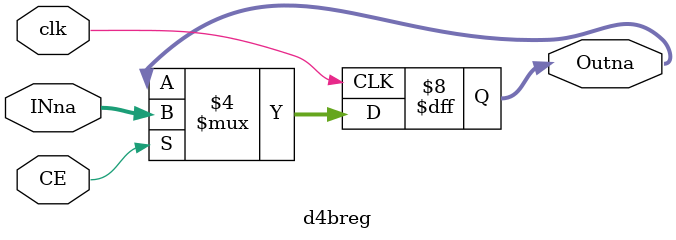
<source format=v>
`timescale 1ns / 1ps


module d4breg ( 
    input wire [7:0] INna,
    input wire clk,
    output reg [7:0] Outna,
    input wire CE
);

always @(posedge clk)
begin
    if (!CE) 
    begin 
        Outna=Outna;
    end
    if (CE)
    begin
        Outna=INna;
    end
end

endmodule
</source>
